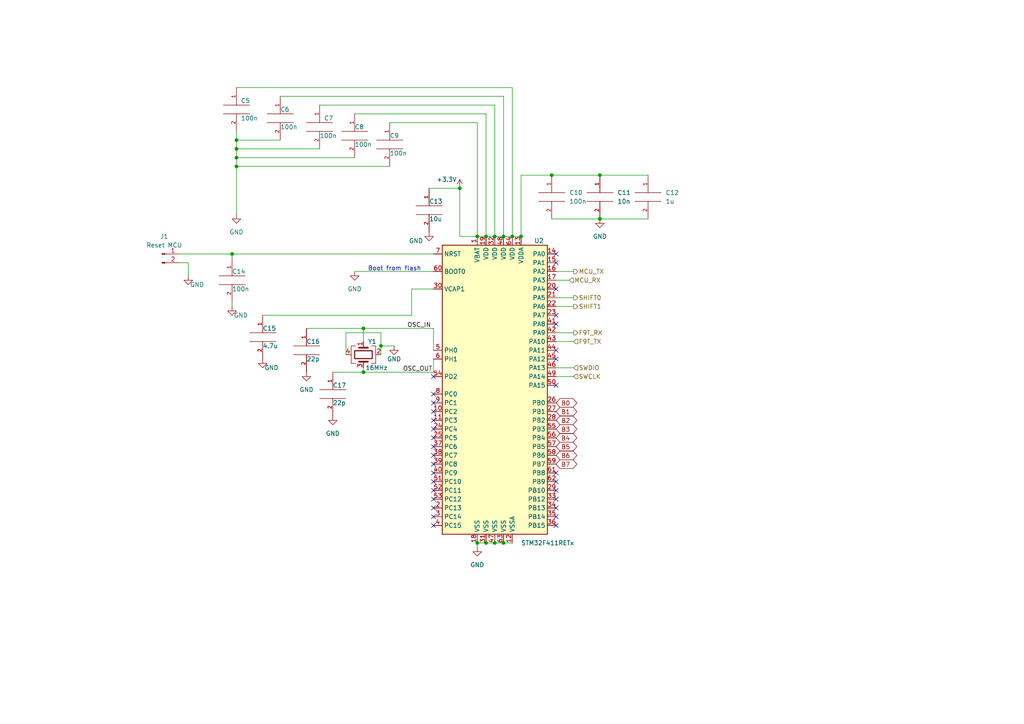
<source format=kicad_sch>
(kicad_sch (version 20211123) (generator eeschema)
  (paper "A4")
  (title_block (title "MCU") (date "2022-10-30") (company "Diamond Light Source"))
  (lib_symbols
    (symbol "Connector:Conn_01x02_Male" (pin_names (offset 1.016) hide)
      (property "Reference" "J" (at 0 2.54 0))
      (property "Value" "Conn_01x02_Male" (at 0 -5.08 0))
      (symbol "Conn_01x02_Male_1_1"
        (polyline (pts (xy 1.27 -2.54) (xy 0.8636 -2.54)) (stroke (width 0.1524)))
        (polyline (pts (xy 1.27 0) (xy 0.8636 0)) (stroke (width 0.1524)))
        (rectangle (start 0.8636 -2.413) (end 0 -2.667) (stroke (width 0.1524)) (fill (type outline)))
        (rectangle (start 0.8636 0.127) (end 0 -0.127) (stroke (width 0.1524)) (fill (type outline)))
        (pin passive line (at 5.08 0 180) (length 3.81) (name "Pin_1") (number "1"))
        (pin passive line (at 5.08 -2.54 180) (length 3.81) (name "Pin_2") (number "2"))
      )
    )
    (symbol "Device:Crystal_GND24" (pin_names (offset 1.016) hide)
      (property "Reference" "Y" (at 3.175 5.08 0))
      (property "Value" "Crystal_GND24" (at 3.175 3.175 0))
      (symbol "Crystal_GND24_0_1"
        (rectangle (start -1.143 2.54) (end 1.143 -2.54) (stroke (width 0.3048)))
        (polyline (pts (xy -2.54 0) (xy -2.032 0)))
        (polyline (pts (xy -2.032 -1.27) (xy -2.032 1.27)) (stroke (width 0.508)))
        (polyline (pts (xy 0 -3.81) (xy 0 -3.556)))
        (polyline (pts (xy 0 3.556) (xy 0 3.81)))
        (polyline (pts (xy 2.032 -1.27) (xy 2.032 1.27)) (stroke (width 0.508)))
        (polyline (pts (xy 2.032 0) (xy 2.54 0)))
        (polyline (pts (xy -2.54 -2.286) (xy -2.54 -3.556) (xy 2.54 -3.556) (xy 2.54 -2.286)))
        (polyline (pts (xy -2.54 2.286) (xy -2.54 3.556) (xy 2.54 3.556) (xy 2.54 2.286)))
      )
      (symbol "Crystal_GND24_1_1"
        (pin passive line (at -3.81 0 0) (length 1.27) (name "1") (number "1"))
        (pin passive line (at 0 5.08 270) (length 1.27) (name "2") (number "2"))
        (pin passive line (at 3.81 0 180) (length 1.27) (name "3") (number "3"))
        (pin passive line (at 0 -5.08 90) (length 1.27) (name "4") (number "4"))
      )
    )
    (symbol "MCU_ST_STM32F4:STM32F411RETx"
      (property "Reference" "U" (at -15.24 41.91 0))
      (property "Value" "STM32F411RETx" (at 10.16 41.91 0))
      (symbol "STM32F411RETx_0_1"
        (rectangle (start -15.24 -43.18) (end 15.24 40.64) (stroke (width 0.254)) (fill (type background)))
      )
      (symbol "STM32F411RETx_1_1"
        (pin power_in line (at -5.08 43.18 270) (length 2.54) (name "VBAT") (number "1"))
        (pin bidirectional line (at -17.78 -7.62 0) (length 2.54) (name "PC2") (number "10"))
        (pin bidirectional line (at -17.78 -10.16 0) (length 2.54) (name "PC3") (number "11"))
        (pin power_in line (at 5.08 -45.72 90) (length 2.54) (name "VSSA") (number "12"))
        (pin power_in line (at 7.62 43.18 270) (length 2.54) (name "VDDA") (number "13"))
        (pin bidirectional line (at 17.78 38.1 180) (length 2.54) (name "PA0") (number "14"))
        (pin bidirectional line (at 17.78 35.56 180) (length 2.54) (name "PA1") (number "15"))
        (pin bidirectional line (at 17.78 33.02 180) (length 2.54) (name "PA2") (number "16"))
        (pin bidirectional line (at 17.78 30.48 180) (length 2.54) (name "PA3") (number "17"))
        (pin power_in line (at -5.08 -45.72 90) (length 2.54) (name "VSS") (number "18"))
        (pin power_in line (at -2.54 43.18 270) (length 2.54) (name "VDD") (number "19"))
        (pin bidirectional line (at -17.78 -35.56 0) (length 2.54) (name "PC13") (number "2"))
        (pin bidirectional line (at 17.78 27.94 180) (length 2.54) (name "PA4") (number "20"))
        (pin bidirectional line (at 17.78 25.4 180) (length 2.54) (name "PA5") (number "21"))
        (pin bidirectional line (at 17.78 22.86 180) (length 2.54) (name "PA6") (number "22"))
        (pin bidirectional line (at 17.78 20.32 180) (length 2.54) (name "PA7") (number "23"))
        (pin bidirectional line (at -17.78 -12.7 0) (length 2.54) (name "PC4") (number "24"))
        (pin bidirectional line (at -17.78 -15.24 0) (length 2.54) (name "PC5") (number "25"))
        (pin bidirectional line (at 17.78 -5.08 180) (length 2.54) (name "PB0") (number "26"))
        (pin bidirectional line (at 17.78 -7.62 180) (length 2.54) (name "PB1") (number "27"))
        (pin bidirectional line (at 17.78 -10.16 180) (length 2.54) (name "PB2") (number "28"))
        (pin bidirectional line (at 17.78 -30.48 180) (length 2.54) (name "PB10") (number "29"))
        (pin bidirectional line (at -17.78 -38.1 0) (length 2.54) (name "PC14") (number "3"))
        (pin power_in line (at -17.78 27.94 0) (length 2.54) (name "VCAP1") (number "30"))
        (pin power_in line (at -2.54 -45.72 90) (length 2.54) (name "VSS") (number "31"))
        (pin power_in line (at 0 43.18 270) (length 2.54) (name "VDD") (number "32"))
        (pin bidirectional line (at 17.78 -33.02 180) (length 2.54) (name "PB12") (number "33"))
        (pin bidirectional line (at 17.78 -35.56 180) (length 2.54) (name "PB13") (number "34"))
        (pin bidirectional line (at 17.78 -38.1 180) (length 2.54) (name "PB14") (number "35"))
        (pin bidirectional line (at 17.78 -40.64 180) (length 2.54) (name "PB15") (number "36"))
        (pin bidirectional line (at -17.78 -17.78 0) (length 2.54) (name "PC6") (number "37"))
        (pin bidirectional line (at -17.78 -20.32 0) (length 2.54) (name "PC7") (number "38"))
        (pin bidirectional line (at -17.78 -22.86 0) (length 2.54) (name "PC8") (number "39"))
        (pin bidirectional line (at -17.78 -40.64 0) (length 2.54) (name "PC15") (number "4"))
        (pin bidirectional line (at -17.78 -25.4 0) (length 2.54) (name "PC9") (number "40"))
        (pin bidirectional line (at 17.78 17.78 180) (length 2.54) (name "PA8") (number "41"))
        (pin bidirectional line (at 17.78 15.24 180) (length 2.54) (name "PA9") (number "42"))
        (pin bidirectional line (at 17.78 12.7 180) (length 2.54) (name "PA10") (number "43"))
        (pin bidirectional line (at 17.78 10.16 180) (length 2.54) (name "PA11") (number "44"))
        (pin bidirectional line (at 17.78 7.62 180) (length 2.54) (name "PA12") (number "45"))
        (pin bidirectional line (at 17.78 5.08 180) (length 2.54) (name "PA13") (number "46"))
        (pin power_in line (at 0 -45.72 90) (length 2.54) (name "VSS") (number "47"))
        (pin power_in line (at 2.54 43.18 270) (length 2.54) (name "VDD") (number "48"))
        (pin bidirectional line (at 17.78 2.54 180) (length 2.54) (name "PA14") (number "49"))
        (pin input line (at -17.78 10.16 0) (length 2.54) (name "PH0") (number "5"))
        (pin bidirectional line (at 17.78 0 180) (length 2.54) (name "PA15") (number "50"))
        (pin bidirectional line (at -17.78 -27.94 0) (length 2.54) (name "PC10") (number "51"))
        (pin bidirectional line (at -17.78 -30.48 0) (length 2.54) (name "PC11") (number "52"))
        (pin bidirectional line (at -17.78 -33.02 0) (length 2.54) (name "PC12") (number "53"))
        (pin bidirectional line (at -17.78 2.54 0) (length 2.54) (name "PD2") (number "54"))
        (pin bidirectional line (at 17.78 -12.7 180) (length 2.54) (name "PB3") (number "55"))
        (pin bidirectional line (at 17.78 -15.24 180) (length 2.54) (name "PB4") (number "56"))
        (pin bidirectional line (at 17.78 -17.78 180) (length 2.54) (name "PB5") (number "57"))
        (pin bidirectional line (at 17.78 -20.32 180) (length 2.54) (name "PB6") (number "58"))
        (pin bidirectional line (at 17.78 -22.86 180) (length 2.54) (name "PB7") (number "59"))
        (pin input line (at -17.78 7.62 0) (length 2.54) (name "PH1") (number "6"))
        (pin input line (at -17.78 33.02 0) (length 2.54) (name "BOOT0") (number "60"))
        (pin bidirectional line (at 17.78 -25.4 180) (length 2.54) (name "PB8") (number "61"))
        (pin bidirectional line (at 17.78 -27.94 180) (length 2.54) (name "PB9") (number "62"))
        (pin power_in line (at 2.54 -45.72 90) (length 2.54) (name "VSS") (number "63"))
        (pin power_in line (at 5.08 43.18 270) (length 2.54) (name "VDD") (number "64"))
        (pin input line (at -17.78 38.1 0) (length 2.54) (name "NRST") (number "7"))
        (pin bidirectional line (at -17.78 -2.54 0) (length 2.54) (name "PC0") (number "8"))
        (pin bidirectional line (at -17.78 -5.08 0) (length 2.54) (name "PC1") (number "9"))
      )
    )
    (symbol "power:+3.3V" (power) (pin_names (offset 0))
      (property "Value" "+3.3V" (at 0 3.556 0))
      (symbol "+3.3V_0_1"
        (polyline (pts (xy -0.762 1.27) (xy 0 2.54)))
        (polyline (pts (xy 0 0) (xy 0 2.54)))
        (polyline (pts (xy 0 2.54) (xy 0.762 1.27)))
      )
      (symbol "+3.3V_1_1"
        (pin power_in line (at 0 0 90) (length 0) hide (name "+3.3V") (number "1"))
      )
    )
    (symbol "power:GND" (power) (pin_names (offset 0))
      (property "Value" "GND" (at 0 -3.81 0))
      (symbol "GND_0_1"
        (polyline (pts (xy 0 0) (xy 0 -1.27) (xy 1.27 -1.27) (xy 0 -2.54) (xy -1.27 -1.27) (xy 0 -1.27)))
      )
      (symbol "GND_1_1"
        (pin power_in line (at 0 0 270) (length 0) hide (name "GND") (number "1"))
      )
    )
    (symbol "pspice:CAP" (pin_names (offset 0.254))
      (property "Reference" "C" (at 2.54 3.81 90))
      (property "Value" "CAP" (at 2.54 -3.81 90))
      (symbol "CAP_0_1"
        (polyline (pts (xy -3.81 -1.27) (xy 3.81 -1.27)))
        (polyline (pts (xy -3.81 1.27) (xy 3.81 1.27)))
      )
      (symbol "CAP_1_1"
        (pin passive line (at 0 6.35 270) (length 5.08) (name "~") (number "1"))
        (pin passive line (at 0 -6.35 90) (length 5.08) (name "~") (number "2"))
      )
    )
  )
  (junction (at 148.59 68.58))
  (junction (at 110.49 100.33))
  (junction (at 105.41 95.25))
  (junction (at 68.58 48.26))
  (junction (at 151.13 68.58))
  (junction (at 133.35 54.61))
  (junction (at 173.99 63.5))
  (junction (at 67.31 73.66))
  (junction (at 146.05 157.48))
  (junction (at 140.97 68.58))
  (junction (at 160.02 50.8))
  (junction (at 146.05 68.58))
  (junction (at 68.58 43.18))
  (junction (at 105.41 107.95))
  (junction (at 68.58 40.64))
  (junction (at 143.51 68.58))
  (junction (at 138.43 157.48))
  (junction (at 173.99 50.8))
  (junction (at 140.97 157.48))
  (junction (at 138.43 68.58))
  (junction (at 143.51 157.48))
  (junction (at 68.58 45.72))
  (no_connect (at 161.29 149.86))
  (no_connect (at 161.29 93.98))
  (no_connect (at 125.73 124.46))
  (no_connect (at 125.73 139.7))
  (no_connect (at 125.73 129.54))
  (no_connect (at 161.29 91.44))
  (no_connect (at 161.29 144.78))
  (no_connect (at 161.29 83.82))
  (no_connect (at 125.73 142.24))
  (no_connect (at 161.29 139.7))
  (no_connect (at 125.73 116.84))
  (no_connect (at 125.73 152.4))
  (no_connect (at 161.29 104.14))
  (no_connect (at 125.73 137.16))
  (no_connect (at 161.29 76.2))
  (no_connect (at 161.29 147.32))
  (no_connect (at 125.73 121.92))
  (no_connect (at 161.29 137.16))
  (no_connect (at 161.29 142.24))
  (no_connect (at 161.29 73.66))
  (no_connect (at 125.73 127))
  (no_connect (at 125.73 109.22))
  (no_connect (at 125.73 132.08))
  (no_connect (at 125.73 144.78))
  (no_connect (at 161.29 111.76))
  (no_connect (at 161.29 101.6))
  (no_connect (at 125.73 119.38))
  (no_connect (at 125.73 147.32))
  (no_connect (at 125.73 114.3))
  (no_connect (at 125.73 149.86))
  (no_connect (at 125.73 134.62))
  (no_connect (at 161.29 152.4))
  (wire (pts (xy 68.58 43.18) (xy 68.58 45.72)))
  (wire (pts (xy 125.73 101.6) (xy 125.73 95.25)))
  (wire (pts (xy 146.05 68.58) (xy 148.59 68.58)))
  (wire (pts (xy 119.38 83.82) (xy 119.38 91.44)))
  (wire (pts (xy 151.13 68.58) (xy 151.13 50.8)))
  (wire (pts (xy 68.58 48.26) (xy 113.03 48.26)))
  (wire (pts (xy 151.13 50.8) (xy 160.02 50.8)))
  (wire (pts (xy 105.41 95.25) (xy 105.41 99.06)))
  (wire (pts (xy 143.51 157.48) (xy 146.05 157.48)))
  (wire (pts (xy 110.49 100.33) (xy 114.3 100.33)))
  (wire (pts (xy 68.58 43.18) (xy 92.71 43.18)))
  (wire (pts (xy 140.97 157.48) (xy 143.51 157.48)))
  (wire (pts (xy 68.58 48.26) (xy 68.58 62.23)))
  (wire (pts (xy 125.73 95.25) (xy 105.41 95.25)))
  (wire (pts (xy 143.51 30.48) (xy 92.71 30.48)))
  (wire (pts (xy 143.51 30.48) (xy 143.51 68.58)))
  (wire (pts (xy 161.29 96.52) (xy 166.37 96.52)))
  (wire (pts (xy 160.02 63.5) (xy 173.99 63.5)))
  (wire (pts (xy 68.58 38.1) (xy 68.58 40.64)))
  (wire (pts (xy 161.29 109.22) (xy 166.37 109.22)))
  (wire (pts (xy 160.02 50.8) (xy 173.99 50.8)))
  (wire (pts (xy 102.87 78.74) (xy 125.73 78.74)))
  (wire (pts (xy 138.43 35.56) (xy 113.03 35.56)))
  (wire (pts (xy 138.43 35.56) (xy 138.43 68.58)))
  (wire (pts (xy 125.73 83.82) (xy 119.38 83.82)))
  (wire (pts (xy 68.58 25.4) (xy 148.59 25.4)))
  (wire (pts (xy 161.29 86.36) (xy 166.37 86.36)))
  (wire (pts (xy 52.07 76.2) (xy 54.61 76.2)))
  (wire (pts (xy 161.29 88.9) (xy 166.37 88.9)))
  (wire (pts (xy 173.99 63.5) (xy 187.96 63.5)))
  (wire (pts (xy 68.58 40.64) (xy 81.28 40.64)))
  (wire (pts (xy 140.97 33.02) (xy 102.87 33.02)))
  (wire (pts (xy 67.31 73.66) (xy 67.31 74.93)))
  (wire (pts (xy 54.61 76.2) (xy 54.61 80.01)))
  (wire (pts (xy 105.41 107.95) (xy 105.41 106.68)))
  (wire (pts (xy 161.29 99.06) (xy 166.37 99.06)))
  (wire (pts (xy 140.97 33.02) (xy 140.97 68.58)))
  (wire (pts (xy 161.29 106.68) (xy 166.37 106.68)))
  (wire (pts (xy 138.43 157.48) (xy 138.43 158.75)))
  (wire (pts (xy 67.31 73.66) (xy 125.73 73.66)))
  (wire (pts (xy 125.73 104.14) (xy 125.73 107.95)))
  (wire (pts (xy 96.52 107.95) (xy 105.41 107.95)))
  (wire (pts (xy 68.58 45.72) (xy 68.58 48.26)))
  (wire (pts (xy 146.05 157.48) (xy 148.59 157.48)))
  (wire (pts (xy 125.73 107.95) (xy 105.41 107.95)))
  (wire (pts (xy 148.59 25.4) (xy 148.59 68.58)))
  (wire (pts (xy 161.29 78.74) (xy 166.37 78.74)))
  (wire (pts (xy 68.58 40.64) (xy 68.58 43.18)))
  (wire (pts (xy 100.33 96.52) (xy 100.33 102.87)))
  (wire (pts (xy 148.59 68.58) (xy 151.13 68.58)))
  (wire (pts (xy 161.29 81.28) (xy 165.1 81.28)))
  (wire (pts (xy 143.51 68.58) (xy 146.05 68.58)))
  (wire (pts (xy 138.43 157.48) (xy 140.97 157.48)))
  (wire (pts (xy 88.9 95.25) (xy 105.41 95.25)))
  (wire (pts (xy 124.46 54.61) (xy 133.35 54.61)))
  (wire (pts (xy 81.28 27.94) (xy 146.05 27.94)))
  (wire (pts (xy 173.99 50.8) (xy 187.96 50.8)))
  (wire (pts (xy 140.97 68.58) (xy 143.51 68.58)))
  (wire (pts (xy 68.58 45.72) (xy 102.87 45.72)))
  (wire (pts (xy 146.05 27.94) (xy 146.05 68.58)))
  (wire (pts (xy 138.43 68.58) (xy 140.97 68.58)))
  (wire (pts (xy 67.31 87.63) (xy 67.31 88.9)))
  (wire (pts (xy 110.49 102.87) (xy 110.49 100.33)))
  (wire (pts (xy 119.38 91.44) (xy 76.2 91.44)))
  (wire (pts (xy 52.07 73.66) (xy 67.31 73.66)))
  (wire (pts (xy 110.49 100.33) (xy 110.49 96.52)))
  (wire (pts (xy 133.35 68.58) (xy 138.43 68.58)))
  (wire (pts (xy 133.35 54.61) (xy 133.35 68.58)))
  (wire (pts (xy 110.49 96.52) (xy 100.33 96.52)))
  (text "Boot from flash" (at 106.68 78.74 0) (effects (font (size 1.27 1.27)) (justify left bottom)))
  (label "OSC_IN" (at 118.11 95.25 0))
  (label "OSC_OUT" (at 116.84 107.95 0))
  (global_label "B7" (shape bidirectional) (at 161.29 134.62 0) (property "Intersheet References" "${INTERSHEET_REFS}" (effects hide)))
  (global_label "B5" (shape bidirectional) (at 161.29 129.54 0) (property "Intersheet References" "${INTERSHEET_REFS}" (effects hide)))
  (global_label "B1" (shape bidirectional) (at 161.29 119.38 0) (property "Intersheet References" "${INTERSHEET_REFS}" (effects hide)))
  (global_label "B3" (shape bidirectional) (at 161.29 124.46 0) (property "Intersheet References" "${INTERSHEET_REFS}" (effects hide)))
  (global_label "B2" (shape bidirectional) (at 161.29 121.92 0) (property "Intersheet References" "${INTERSHEET_REFS}" (effects hide)))
  (global_label "B0" (shape bidirectional) (at 161.29 116.84 0) (property "Intersheet References" "${INTERSHEET_REFS}" (effects hide)))
  (global_label "B4" (shape bidirectional) (at 161.29 127 0) (property "Intersheet References" "${INTERSHEET_REFS}" (effects hide)))
  (global_label "B6" (shape bidirectional) (at 161.29 132.08 0) (property "Intersheet References" "${INTERSHEET_REFS}" (effects hide)))
  (hierarchical_label "SWDIO" (shape input) (at 166.37 106.68 0))
  (hierarchical_label "SHIFT0" (shape output) (at 166.37 86.36 0))
  (hierarchical_label "MCU_RX" (shape input) (at 165.1 81.28 0))
  (hierarchical_label "SHIFT1" (shape output) (at 166.37 88.9 0))
  (hierarchical_label "F9T_TX" (shape input) (at 166.37 99.06 0))
  (hierarchical_label "F9T_RX" (shape output) (at 166.37 96.52 0))
  (hierarchical_label "MCU_TX" (shape output) (at 166.37 78.74 0))
  (hierarchical_label "SWCLK" (shape input) (at 166.37 109.22 0))
  (symbol (lib_id "Device:Crystal_GND24") (at 105.41 102.87 270) (unit 1)
    (property "Reference" "Y1" (at 107.95 99.06 90))
    (property "Value" "16MHz" (at 109.22 106.68 90))
    (property "Footprint" "Crystal:Crystal_SMD_3225-4Pin_3.2x2.5mm" (effects hide))
  )
  (symbol (lib_id "pspice:CAP") (at 187.96 57.15 0) (unit 1)
    (property "Reference" "C12" (at 193.04 55.8799 0) (effects (justify left)))
    (property "Value" "1u" (at 193.04 58.4199 0) (effects (justify left)))
    (property "Footprint" "Capacitor_SMD:C_0805_2012Metric" (effects hide))
  )
  (symbol (lib_id "pspice:CAP") (at 113.03 41.91 0) (unit 1)
    (property "Reference" "C9" (at 113.03 39.37 0) (effects (justify left)))
    (property "Value" "100n" (at 113.03 44.45 0) (effects (justify left)))
    (property "Footprint" "Capacitor_SMD:C_0805_2012Metric" (effects hide))
  )
  (symbol (lib_id "Connector:Conn_01x02_Male") (at 46.99 73.66 0) (unit 1)
    (property "Reference" "J1" (at 47.625 68.58 0))
    (property "Value" "Reset MCU" (at 47.625 71.12 0))
    (property "Footprint" "Connector_PinHeader_2.54mm:PinHeader_1x02_P2.54mm_Vertical" (effects hide))
  )
  (symbol (lib_id "pspice:CAP") (at 173.99 57.15 0) (unit 1)
    (property "Reference" "C11" (at 179.07 55.8799 0) (effects (justify left)))
    (property "Value" "10n" (at 179.07 58.4199 0) (effects (justify left)))
    (property "Footprint" "Capacitor_SMD:C_0805_2012Metric" (effects hide))
  )
  (symbol (lib_id "power:GND") (at 67.31 88.9 0) (unit 1)
    (property "Reference" "#PWR0113" (effects hide))
    (property "Value" "GND" (at 69.85 91.44 0))
  )
  (symbol (lib_id "pspice:CAP") (at 76.2 97.79 0) (unit 1)
    (property "Reference" "C15" (at 76.2 95.25 0) (effects (justify left)))
    (property "Value" "4.7u" (at 76.2 100.33 0) (effects (justify left)))
    (property "Footprint" "Capacitor_SMD:C_1210_3225Metric" (effects hide))
  )
  (symbol (lib_id "pspice:CAP") (at 67.31 81.28 0) (unit 1)
    (property "Reference" "C14" (at 67.31 78.74 0) (effects (justify left)))
    (property "Value" "100n" (at 67.31 83.82 0) (effects (justify left)))
    (property "Footprint" "Capacitor_SMD:C_0805_2012Metric" (effects hide))
  )
  (symbol (lib_id "pspice:CAP") (at 124.46 60.96 0) (unit 1)
    (property "Reference" "C13" (at 124.46 58.42 0) (effects (justify left)))
    (property "Value" "10u" (at 124.46 63.5 0) (effects (justify left)))
    (property "Footprint" "Capacitor_SMD:C_1210_3225Metric" (effects hide))
  )
  (symbol (lib_id "pspice:CAP") (at 96.52 114.3 0) (unit 1)
    (property "Reference" "C17" (at 96.52 111.76 0) (effects (justify left)))
    (property "Value" "22p" (at 96.52 116.84 0) (effects (justify left)))
    (property "Footprint" "Capacitor_SMD:C_0805_2012Metric" (effects hide))
  )
  (symbol (lib_id "power:GND") (at 68.58 62.23 0) (unit 1)
    (property "Reference" "#PWR0105" (effects hide))
    (property "Value" "GND" (at 68.58 67.31 0))
  )
  (symbol (lib_id "pspice:CAP") (at 92.71 36.83 0) (unit 1)
    (property "Reference" "C7" (at 93.98 34.29 0) (effects (justify left)))
    (property "Value" "100n" (at 92.71 39.37 0) (effects (justify left)))
    (property "Footprint" "Capacitor_SMD:C_0805_2012Metric" (effects hide))
  )
  (symbol (lib_id "pspice:CAP") (at 160.02 57.15 0) (unit 1)
    (property "Reference" "C10" (at 165.1 55.8799 0) (effects (justify left)))
    (property "Value" "100n" (at 165.1 58.4199 0) (effects (justify left)))
    (property "Footprint" "Capacitor_SMD:C_0805_2012Metric" (effects hide))
  )
  (symbol (lib_id "pspice:CAP") (at 68.58 31.75 0) (unit 1)
    (property "Reference" "C5" (at 69.85 29.21 0) (effects (justify left)))
    (property "Value" "100n" (at 69.85 34.29 0) (effects (justify left)))
    (property "Footprint" "Capacitor_SMD:C_0805_2012Metric" (effects hide))
  )
  (symbol (lib_id "power:GND") (at 124.46 67.31 0) (unit 1)
    (property "Reference" "#PWR0114" (effects hide))
    (property "Value" "GND" (at 120.65 69.85 0))
  )
  (symbol (lib_id "power:GND") (at 76.2 104.14 0) (unit 1)
    (property "Reference" "#PWR0112" (effects hide))
    (property "Value" "GND" (at 78.74 106.68 0))
  )
  (symbol (lib_id "power:GND") (at 88.9 107.95 0) (unit 1)
    (property "Reference" "#PWR0108" (effects hide))
    (property "Value" "GND" (at 88.9 113.03 0))
  )
  (symbol (lib_id "pspice:CAP") (at 88.9 101.6 0) (unit 1)
    (property "Reference" "C16" (at 88.9 99.06 0) (effects (justify left)))
    (property "Value" "22p" (at 88.9 104.14 0) (effects (justify left)))
    (property "Footprint" "Capacitor_SMD:C_0805_2012Metric" (effects hide))
  )
  (symbol (lib_id "power:GND") (at 54.61 80.01 0) (unit 1)
    (property "Reference" "#PWR0111" (effects hide))
    (property "Value" "GND" (at 57.15 82.55 0))
  )
  (symbol (lib_id "power:GND") (at 173.99 63.5 0) (unit 1)
    (property "Reference" "#PWR0116" (effects hide))
    (property "Value" "GND" (at 173.99 68.58 0))
  )
  (symbol (lib_id "pspice:CAP") (at 102.87 39.37 0) (unit 1)
    (property "Reference" "C8" (at 102.87 36.83 0) (effects (justify left)))
    (property "Value" "100n" (at 102.87 41.91 0) (effects (justify left)))
    (property "Footprint" "Capacitor_SMD:C_0805_2012Metric" (effects hide))
  )
  (symbol (lib_id "MCU_ST_STM32F4:STM32F411RETx") (at 143.51 111.76 0) (unit 1)
    (property "Reference" "U2" (at 154.94 69.85 0) (effects (justify left)))
    (property "Value" "STM32F411RETx" (at 151.13 157.48 0) (effects (justify left)))
    (property "Footprint" "Package_QFP:LQFP-64_10x10mm_P0.5mm" (effects hide))
    (property "Datasheet" "http://www.st.com/st-web-ui/static/active/en/resource/technical/document/datasheet/DM00115249.pdf" (effects hide))
  )
  (symbol (lib_id "power:+3.3V") (at 133.35 54.61 0) (unit 1)
    (property "Reference" "#PWR0106" (effects hide))
    (property "Value" "+3.3V" (at 129.54 52.07 0))
  )
  (symbol (lib_id "power:GND") (at 138.43 158.75 0) (unit 1)
    (property "Reference" "#PWR0110" (effects hide))
    (property "Value" "GND" (at 138.43 163.83 0))
  )
  (symbol (lib_id "pspice:CAP") (at 81.28 34.29 0) (unit 1)
    (property "Reference" "C6" (at 81.28 31.75 0) (effects (justify left)))
    (property "Value" "100n" (at 81.28 36.83 0) (effects (justify left)))
    (property "Footprint" "Capacitor_SMD:C_0805_2012Metric" (effects hide))
  )
  (symbol (lib_id "power:GND") (at 102.87 78.74 0) (unit 1)
    (property "Reference" "#PWR0115" (effects hide))
    (property "Value" "GND" (at 102.87 83.82 0))
  )
  (symbol (lib_id "power:GND") (at 114.3 100.33 0) (unit 1)
    (property "Reference" "#PWR0107" (effects hide))
    (property "Value" "GND" (at 114.3 104.14 0))
  )
  (symbol (lib_id "power:GND") (at 96.52 120.65 0) (unit 1)
    (property "Reference" "#PWR0109" (effects hide))
    (property "Value" "GND" (at 96.52 125.73 0))
  )
)
</source>
